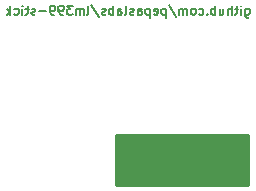
<source format=gbo>
G04 (created by PCBNEW (22-Jun-2014 BZR 4027)-stable) date Wed 28 Mar 2018 02:14:31 AM CDT*
%MOIN*%
G04 Gerber Fmt 3.4, Leading zero omitted, Abs format*
%FSLAX34Y34*%
G01*
G70*
G90*
G04 APERTURE LIST*
%ADD10C,0.00590551*%
%ADD11C,0.006*%
%ADD12C,0.01*%
G04 APERTURE END LIST*
G54D10*
G54D11*
X81600Y-53571D02*
X81600Y-53814D01*
X81614Y-53842D01*
X81628Y-53857D01*
X81657Y-53871D01*
X81700Y-53871D01*
X81728Y-53857D01*
X81600Y-53757D02*
X81628Y-53771D01*
X81685Y-53771D01*
X81714Y-53757D01*
X81728Y-53742D01*
X81742Y-53714D01*
X81742Y-53628D01*
X81728Y-53600D01*
X81714Y-53585D01*
X81685Y-53571D01*
X81628Y-53571D01*
X81600Y-53585D01*
X81457Y-53771D02*
X81457Y-53571D01*
X81457Y-53471D02*
X81471Y-53485D01*
X81457Y-53500D01*
X81442Y-53485D01*
X81457Y-53471D01*
X81457Y-53500D01*
X81357Y-53571D02*
X81242Y-53571D01*
X81314Y-53471D02*
X81314Y-53728D01*
X81300Y-53757D01*
X81271Y-53771D01*
X81242Y-53771D01*
X81142Y-53771D02*
X81142Y-53471D01*
X81014Y-53771D02*
X81014Y-53614D01*
X81028Y-53585D01*
X81057Y-53571D01*
X81100Y-53571D01*
X81128Y-53585D01*
X81142Y-53600D01*
X80742Y-53571D02*
X80742Y-53771D01*
X80871Y-53571D02*
X80871Y-53728D01*
X80857Y-53757D01*
X80828Y-53771D01*
X80785Y-53771D01*
X80757Y-53757D01*
X80742Y-53742D01*
X80600Y-53771D02*
X80600Y-53471D01*
X80600Y-53585D02*
X80571Y-53571D01*
X80514Y-53571D01*
X80485Y-53585D01*
X80471Y-53600D01*
X80457Y-53628D01*
X80457Y-53714D01*
X80471Y-53742D01*
X80485Y-53757D01*
X80514Y-53771D01*
X80571Y-53771D01*
X80600Y-53757D01*
X80328Y-53742D02*
X80314Y-53757D01*
X80328Y-53771D01*
X80342Y-53757D01*
X80328Y-53742D01*
X80328Y-53771D01*
X80057Y-53757D02*
X80085Y-53771D01*
X80142Y-53771D01*
X80171Y-53757D01*
X80185Y-53742D01*
X80200Y-53714D01*
X80200Y-53628D01*
X80185Y-53600D01*
X80171Y-53585D01*
X80142Y-53571D01*
X80085Y-53571D01*
X80057Y-53585D01*
X79885Y-53771D02*
X79914Y-53757D01*
X79928Y-53742D01*
X79942Y-53714D01*
X79942Y-53628D01*
X79928Y-53600D01*
X79914Y-53585D01*
X79885Y-53571D01*
X79842Y-53571D01*
X79814Y-53585D01*
X79800Y-53600D01*
X79785Y-53628D01*
X79785Y-53714D01*
X79800Y-53742D01*
X79814Y-53757D01*
X79842Y-53771D01*
X79885Y-53771D01*
X79657Y-53771D02*
X79657Y-53571D01*
X79657Y-53600D02*
X79642Y-53585D01*
X79614Y-53571D01*
X79571Y-53571D01*
X79542Y-53585D01*
X79528Y-53614D01*
X79528Y-53771D01*
X79528Y-53614D02*
X79514Y-53585D01*
X79485Y-53571D01*
X79442Y-53571D01*
X79414Y-53585D01*
X79400Y-53614D01*
X79400Y-53771D01*
X79042Y-53457D02*
X79300Y-53842D01*
X78942Y-53571D02*
X78942Y-53871D01*
X78942Y-53585D02*
X78914Y-53571D01*
X78857Y-53571D01*
X78828Y-53585D01*
X78814Y-53600D01*
X78799Y-53628D01*
X78799Y-53714D01*
X78814Y-53742D01*
X78828Y-53757D01*
X78857Y-53771D01*
X78914Y-53771D01*
X78942Y-53757D01*
X78557Y-53757D02*
X78585Y-53771D01*
X78642Y-53771D01*
X78671Y-53757D01*
X78685Y-53728D01*
X78685Y-53614D01*
X78671Y-53585D01*
X78642Y-53571D01*
X78585Y-53571D01*
X78557Y-53585D01*
X78542Y-53614D01*
X78542Y-53642D01*
X78685Y-53671D01*
X78414Y-53571D02*
X78414Y-53871D01*
X78414Y-53585D02*
X78385Y-53571D01*
X78328Y-53571D01*
X78299Y-53585D01*
X78285Y-53600D01*
X78271Y-53628D01*
X78271Y-53714D01*
X78285Y-53742D01*
X78299Y-53757D01*
X78328Y-53771D01*
X78385Y-53771D01*
X78414Y-53757D01*
X78014Y-53771D02*
X78014Y-53614D01*
X78028Y-53585D01*
X78057Y-53571D01*
X78114Y-53571D01*
X78142Y-53585D01*
X78014Y-53757D02*
X78042Y-53771D01*
X78114Y-53771D01*
X78142Y-53757D01*
X78157Y-53728D01*
X78157Y-53700D01*
X78142Y-53671D01*
X78114Y-53657D01*
X78042Y-53657D01*
X78014Y-53642D01*
X77885Y-53757D02*
X77857Y-53771D01*
X77799Y-53771D01*
X77771Y-53757D01*
X77757Y-53728D01*
X77757Y-53714D01*
X77771Y-53685D01*
X77799Y-53671D01*
X77842Y-53671D01*
X77871Y-53657D01*
X77885Y-53628D01*
X77885Y-53614D01*
X77871Y-53585D01*
X77842Y-53571D01*
X77799Y-53571D01*
X77771Y-53585D01*
X77585Y-53771D02*
X77614Y-53757D01*
X77628Y-53728D01*
X77628Y-53471D01*
X77342Y-53771D02*
X77342Y-53614D01*
X77357Y-53585D01*
X77385Y-53571D01*
X77442Y-53571D01*
X77471Y-53585D01*
X77342Y-53757D02*
X77371Y-53771D01*
X77442Y-53771D01*
X77471Y-53757D01*
X77485Y-53728D01*
X77485Y-53700D01*
X77471Y-53671D01*
X77442Y-53657D01*
X77371Y-53657D01*
X77342Y-53642D01*
X77199Y-53771D02*
X77199Y-53471D01*
X77199Y-53585D02*
X77171Y-53571D01*
X77114Y-53571D01*
X77085Y-53585D01*
X77071Y-53600D01*
X77057Y-53628D01*
X77057Y-53714D01*
X77071Y-53742D01*
X77085Y-53757D01*
X77114Y-53771D01*
X77171Y-53771D01*
X77199Y-53757D01*
X76942Y-53757D02*
X76914Y-53771D01*
X76857Y-53771D01*
X76828Y-53757D01*
X76814Y-53728D01*
X76814Y-53714D01*
X76828Y-53685D01*
X76857Y-53671D01*
X76899Y-53671D01*
X76928Y-53657D01*
X76942Y-53628D01*
X76942Y-53614D01*
X76928Y-53585D01*
X76899Y-53571D01*
X76857Y-53571D01*
X76828Y-53585D01*
X76471Y-53457D02*
X76728Y-53842D01*
X76328Y-53771D02*
X76357Y-53757D01*
X76371Y-53728D01*
X76371Y-53471D01*
X76214Y-53771D02*
X76214Y-53571D01*
X76214Y-53600D02*
X76199Y-53585D01*
X76171Y-53571D01*
X76128Y-53571D01*
X76099Y-53585D01*
X76085Y-53614D01*
X76085Y-53771D01*
X76085Y-53614D02*
X76071Y-53585D01*
X76042Y-53571D01*
X75999Y-53571D01*
X75971Y-53585D01*
X75957Y-53614D01*
X75957Y-53771D01*
X75842Y-53471D02*
X75657Y-53471D01*
X75757Y-53585D01*
X75714Y-53585D01*
X75685Y-53600D01*
X75671Y-53614D01*
X75657Y-53642D01*
X75657Y-53714D01*
X75671Y-53742D01*
X75685Y-53757D01*
X75714Y-53771D01*
X75799Y-53771D01*
X75828Y-53757D01*
X75842Y-53742D01*
X75514Y-53771D02*
X75457Y-53771D01*
X75428Y-53757D01*
X75414Y-53742D01*
X75385Y-53700D01*
X75371Y-53642D01*
X75371Y-53528D01*
X75385Y-53500D01*
X75399Y-53485D01*
X75428Y-53471D01*
X75485Y-53471D01*
X75514Y-53485D01*
X75528Y-53500D01*
X75542Y-53528D01*
X75542Y-53600D01*
X75528Y-53628D01*
X75514Y-53642D01*
X75485Y-53657D01*
X75428Y-53657D01*
X75399Y-53642D01*
X75385Y-53628D01*
X75371Y-53600D01*
X75228Y-53771D02*
X75171Y-53771D01*
X75142Y-53757D01*
X75128Y-53742D01*
X75099Y-53700D01*
X75085Y-53642D01*
X75085Y-53528D01*
X75099Y-53500D01*
X75114Y-53485D01*
X75142Y-53471D01*
X75199Y-53471D01*
X75228Y-53485D01*
X75242Y-53500D01*
X75257Y-53528D01*
X75257Y-53600D01*
X75242Y-53628D01*
X75228Y-53642D01*
X75199Y-53657D01*
X75142Y-53657D01*
X75114Y-53642D01*
X75099Y-53628D01*
X75085Y-53600D01*
X74957Y-53657D02*
X74728Y-53657D01*
X74599Y-53757D02*
X74571Y-53771D01*
X74514Y-53771D01*
X74485Y-53757D01*
X74471Y-53728D01*
X74471Y-53714D01*
X74485Y-53685D01*
X74514Y-53671D01*
X74557Y-53671D01*
X74585Y-53657D01*
X74599Y-53628D01*
X74599Y-53614D01*
X74585Y-53585D01*
X74557Y-53571D01*
X74514Y-53571D01*
X74485Y-53585D01*
X74385Y-53571D02*
X74271Y-53571D01*
X74342Y-53471D02*
X74342Y-53728D01*
X74328Y-53757D01*
X74299Y-53771D01*
X74271Y-53771D01*
X74171Y-53771D02*
X74171Y-53571D01*
X74171Y-53471D02*
X74185Y-53485D01*
X74171Y-53500D01*
X74157Y-53485D01*
X74171Y-53471D01*
X74171Y-53500D01*
X73899Y-53757D02*
X73928Y-53771D01*
X73985Y-53771D01*
X74014Y-53757D01*
X74028Y-53742D01*
X74042Y-53714D01*
X74042Y-53628D01*
X74028Y-53600D01*
X74014Y-53585D01*
X73985Y-53571D01*
X73928Y-53571D01*
X73899Y-53585D01*
X73771Y-53771D02*
X73771Y-53471D01*
X73742Y-53657D02*
X73657Y-53771D01*
X73657Y-53571D02*
X73771Y-53685D01*
G54D10*
G36*
X81700Y-59450D02*
X77300Y-59450D01*
X77300Y-57800D01*
X81700Y-57800D01*
X81700Y-59450D01*
X81700Y-59450D01*
G37*
G54D12*
X81700Y-59450D02*
X77300Y-59450D01*
X77300Y-57800D01*
X81700Y-57800D01*
X81700Y-59450D01*
M02*

</source>
